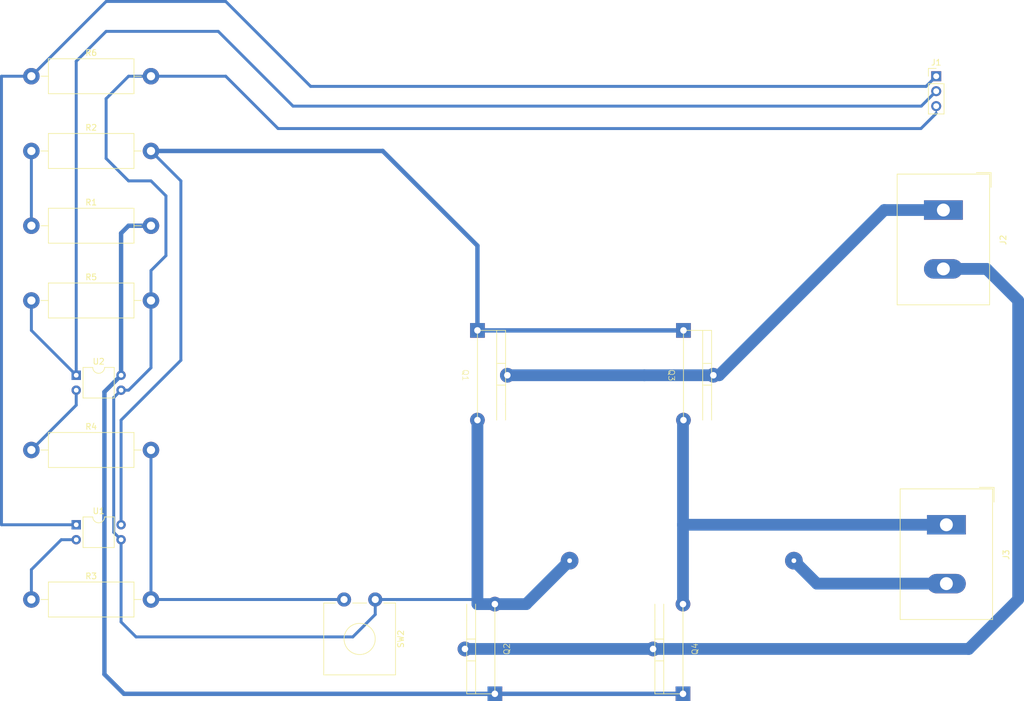
<source format=kicad_pcb>
(kicad_pcb (version 20240108) (generator "pcbnew") (generator_version "8.0")
  (title_block (title "Puente H Power Mosfet") (date "21/08/2024") (rev "1") (company "Danilo Melión"))
  (layers (0 "F.Cu" signal) (31 "B.Cu" signal) (34 "B.Paste" user) (35 "F.Paste" user) (36 "B.SilkS" user "B.Silkscreen") (37 "F.SilkS" user "F.Silkscreen") (38 "B.Mask" user) (39 "F.Mask" user) (44 "Edge.Cuts" user))
  (net 0 "")
  (net 1 "PWM1")
  (net 2 "PWM2")
  (net 3 "GND")
  (net 4 "Net-(J2-Pin_1)")
  (net 5 "Net-(J2-Pin_2)")
  (net 6 "Net-(Q1-G)")
  (net 7 "Net-(Q2-G)")
  (net 8 "Net-(R3-Pad1)")
  (net 9 "Net-(R4-Pad1)")
  (net 10 "+12V")
  (net 11 "+24V")
  (net 12 "Net-(SW2-B)")
  (footprint "Package_DIP:DIP-4_W7.62mm" (layer "F.Cu") (at 88.9 88.9)
    (property "Reference" "U2" (at 3.81 -2.33 360) (layer "F.SilkS"))
    (property "Value" "PC817")
    (fp_line (start 1.16 -1.33) (end 1.16 3.87) (stroke (width 0.12)) (layer "F.SilkS"))
    (fp_line (start 1.16 3.87) (end 6.46 3.87) (stroke (width 0.12)) (layer "F.SilkS"))
    (fp_line (start 2.81 -1.33) (end 1.16 -1.33) (stroke (width 0.12)) (layer "F.SilkS"))
    (fp_line (start 6.46 -1.33) (end 4.81 -1.33) (stroke (width 0.12)) (layer "F.SilkS"))
    (fp_line (start 6.46 3.87) (end 6.46 -1.33) (stroke (width 0.12)) (layer "F.SilkS"))
    (fp_arc (start 4.81 -1.33) (mid 3.81 -0.33) (end 2.81 -1.33) (stroke (width 0.12)) (layer "F.SilkS"))
    (pad "1" thru_hole rect (at 0 0) (size 1.6 1.6) (drill 0.8) (layers "*.Cu" "*.Mask") (net 2 "PWM2"))
    (pad "2" thru_hole oval (at 0 2.54) (size 1.6 1.6) (drill 0.8) (layers "*.Cu" "*.Mask") (net 9 "Net-(R4-Pad1)"))
    (pad "3" thru_hole oval (at 7.62 2.54) (size 1.6 1.6) (drill 0.8) (layers "*.Cu" "*.Mask") (net 3 "GND"))
    (pad "4" thru_hole oval (at 7.62 0) (size 1.6 1.6) (drill 0.8) (layers "*.Cu" "*.Mask") (net 7 "Net-(Q2-G)"))
  )
  (footprint "Resistor_THT:R_Axial_DIN0614_L14.3mm_D5.7mm_P20.32mm_Horizontal" (layer "F.Cu") (at 81.28 63.5)
    (property "Reference" "R1" (at 10.16 -3.97 0) (layer "F.SilkS"))
    (property "Value" "1k")
    (fp_line (start 1.64 0) (end 2.89 0) (stroke (width 0.12)) (layer "F.SilkS"))
    (fp_line (start 2.89 -2.97) (end 2.89 2.97) (stroke (width 0.12)) (layer "F.SilkS"))
    (fp_line (start 2.89 2.97) (end 17.43 2.97) (stroke (width 0.12)) (layer "F.SilkS"))
    (fp_line (start 17.43 -2.97) (end 2.89 -2.97) (stroke (width 0.12)) (layer "F.SilkS"))
    (fp_line (start 17.43 2.97) (end 17.43 -2.97) (stroke (width 0.12)) (layer "F.SilkS"))
    (fp_line (start 18.68 0) (end 17.43 0) (stroke (width 0.12)) (layer "F.SilkS"))
    (pad "1" thru_hole circle (at 0 0) (size 2.8 2.8) (drill 1.4) (layers "*.Cu" "*.Mask") (net 10 "+12V"))
    (pad "2" thru_hole oval (at 20.32 0) (size 2.8 2.8) (drill 1.4) (layers "*.Cu" "*.Mask") (net 7 "Net-(Q2-G)"))
  )
  (footprint "Package_DIP:DIP-4_W7.62mm" (layer "F.Cu") (at 88.9 114.3)
    (property "Reference" "U1" (at 3.81 -2.33 360) (layer "F.SilkS"))
    (property "Value" "PC817")
    (fp_line (start 1.16 -1.33) (end 1.16 3.87) (stroke (width 0.12)) (layer "F.SilkS"))
    (fp_line (start 1.16 3.87) (end 6.46 3.87) (stroke (width 0.12)) (layer "F.SilkS"))
    (fp_line (start 2.81 -1.33) (end 1.16 -1.33) (stroke (width 0.12)) (layer "F.SilkS"))
    (fp_line (start 6.46 -1.33) (end 4.81 -1.33) (stroke (width 0.12)) (layer "F.SilkS"))
    (fp_line (start 6.46 3.87) (end 6.46 -1.33) (stroke (width 0.12)) (layer "F.SilkS"))
    (fp_arc (start 4.81 -1.33) (mid 3.81 -0.33) (end 2.81 -1.33) (stroke (width 0.12)) (layer "F.SilkS"))
    (pad "1" thru_hole rect (at 0 0) (size 1.6 1.6) (drill 0.8) (layers "*.Cu" "*.Mask") (net 1 "PWM1"))
    (pad "2" thru_hole oval (at 0 2.54) (size 1.6 1.6) (drill 0.8) (layers "*.Cu" "*.Mask") (net 8 "Net-(R3-Pad1)"))
    (pad "3" thru_hole oval (at 7.62 2.54) (size 1.6 1.6) (drill 0.8) (layers "*.Cu" "*.Mask") (net 3 "GND"))
    (pad "4" thru_hole oval (at 7.62 0) (size 1.6 1.6) (drill 0.8) (layers "*.Cu" "*.Mask") (net 6 "Net-(Q1-G)"))
  )
  (footprint "custom_footprint:to-220 editado" (layer "F.Cu") (at 154.52 88.9 -90)
    (property "Reference" "Q1" (at 0 -0.5 -90) (layer "F.SilkS") (effects (font (thickness 0.1))))
    (property "Value" "IRLZ44N")
    (fp_line (start -7.62 -2.54) (end 7.62 -2.54) (stroke (width 0.12)) (layer "F.SilkS"))
    (fp_line (start -7.62 -5.81) (end 7.62 -5.81) (stroke (width 0.12)) (layer "F.SilkS"))
    (fp_line (start -7.62 -7.32) (end -7.62 -2.54) (stroke (width 0.12)) (layer "F.SilkS"))
    (fp_line (start -7.62 -7.32) (end 4.95 -7.32) (stroke (width 0.12)) (layer "F.SilkS"))
    (fp_line (start -2.02 -7.32) (end -2.02 -5.81) (stroke (width 0.12)) (layer "F.SilkS"))
    (fp_line (start 1.681 -7.32) (end 1.681 -5.81) (stroke (width 0.12)) (layer "F.SilkS"))
    (fp_line (start 7.62 -7.32) (end 4.95 -7.32) (stroke (width 0.12)) (layer "F.SilkS"))
    (pad "1" thru_hole rect (at -7.62 -2.54 270) (size 2.5 2.5) (drill 1.1) (layers "*.Cu" "*.Mask") (net 6 "Net-(Q1-G)"))
    (pad "2" thru_hole circle (at 0 -7.62 270) (size 2.5 2.5) (drill 1.1) (layers "*.Cu" "*.Mask") (net 4 "Net-(J2-Pin_1)"))
    (pad "3" thru_hole circle (at 7.62 -2.54 270) (size 2.5 2.5) (drill 1.1) (layers "*.Cu" "*.Mask") (net 3 "GND"))
  )
  (footprint "custom_footprint:to-220 editado" (layer "F.Cu") (at 194.52 135.4 90)
    (property "Reference" "Q4" (at 0 -0.5 90) (layer "F.SilkS") (effects (font (thickness 0.1))))
    (property "Value" "IRF4905")
    (fp_line (start 7.62 -7.32) (end 4.95 -7.32) (stroke (width 0.12)) (layer "F.SilkS"))
    (fp_line (start 1.681 -7.32) (end 1.681 -5.81) (stroke (width 0.12)) (layer "F.SilkS"))
    (fp_line (start -2.02 -7.32) (end -2.02 -5.81) (stroke (width 0.12)) (layer "F.SilkS"))
    (fp_line (start -7.62 -7.32) (end 4.95 -7.32) (stroke (width 0.12)) (layer "F.SilkS"))
    (fp_line (start -7.62 -7.32) (end -7.62 -2.54) (stroke (width 0.12)) (layer "F.SilkS"))
    (fp_line (start -7.62 -5.81) (end 7.62 -5.81) (stroke (width 0.12)) (layer "F.SilkS"))
    (fp_line (start -7.62 -2.54) (end 7.62 -2.54) (stroke (width 0.12)) (layer "F.SilkS"))
    (pad "1" thru_hole rect (at -7.62 -2.54 90) (size 2.5 2.5) (drill 1.1) (layers "*.Cu" "*.Mask") (net 7 "Net-(Q2-G)"))
    (pad "2" thru_hole oval (at 0 -7.62 90) (size 2.5 2.5) (drill 1.1) (layers "*.Cu" "*.Mask") (net 5 "Net-(J2-Pin_2)"))
    (pad "3" thru_hole oval (at 7.62 -2.54 90) (size 2.5 2.5) (drill 1.1) (layers "*.Cu" "*.Mask") (net 11 "+24V"))
  )
  (footprint "TerminalBlock_Dinkle:TerminalBlock_Dinkle_DT-55-B01X-02_P10.00mm" (layer "F.Cu") (at 236.728 114.3 -90)
    (property "Reference" "J3" (at 5.08 -10.16 90) (layer "F.SilkS"))
    (property "Value" "Alimentación")
    (fp_line (start -6.1 7.85) (end 16.1 7.85) (stroke (width 0.12)) (layer "F.SilkS"))
    (fp_line (start -6.1 7.85) (end -6.1 -7.85) (stroke (width 0.12)) (layer "F.SilkS"))
    (fp_line (start -6.35 -5.6) (end -6.35 -8.1) (stroke (width 0.12)) (layer "F.SilkS"))
    (fp_line (start -6.1 -7.85) (end 16.1 -7.85) (stroke (width 0.12)) (layer "F.SilkS"))
    (fp_line (start 16.1 -7.85) (end 16.1 7.85) (stroke (width 0.12)) (layer "F.SilkS"))
    (fp_line (start -6.35 -8.1) (end -3.85 -8.1) (stroke (width 0.12)) (layer "F.SilkS"))
    (pad "1" thru_hole rect (at 0 0 270) (size 3.3 6.6) (drill 2.2) (layers "*.Cu" "*.Mask") (net 11 "+24V"))
    (pad "2" thru_hole oval (at 10 0 270) (size 3.3 6.6) (drill 2.2) (layers "*.Cu" "*.Mask") (net 3 "GND"))
  )
  (footprint "Resistor_THT:R_Axial_DIN0614_L14.3mm_D5.7mm_P20.32mm_Horizontal" (layer "F.Cu") (at 81.28 50.8)
    (property "Reference" "R2" (at 10.16 -3.97 0) (layer "F.SilkS"))
    (property "Value" "1k")
    (fp_line (start 1.64 0) (end 2.89 0) (stroke (width 0.12)) (layer "F.SilkS"))
    (fp_line (start 2.89 -2.97) (end 2.89 2.97) (stroke (width 0.12)) (layer "F.SilkS"))
    (fp_line (start 2.89 2.97) (end 17.43 2.97) (stroke (width 0.12)) (layer "F.SilkS"))
    (fp_line (start 17.43 -2.97) (end 2.89 -2.97) (stroke (width 0.12)) (layer "F.SilkS"))
    (fp_line (start 17.43 2.97) (end 17.43 -2.97) (stroke (width 0.12)) (layer "F.SilkS"))
    (fp_line (start 18.68 0) (end 17.43 0) (stroke (width 0.12)) (layer "F.SilkS"))
    (pad "1" thru_hole circle (at 0 0) (size 2.8 2.8) (drill 1.4) (layers "*.Cu" "*.Mask") (net 10 "+12V"))
    (pad "2" thru_hole oval (at 20.32 0) (size 2.8 2.8) (drill 1.4) (layers "*.Cu" "*.Mask") (net 6 "Net-(Q1-G)"))
  )
  (footprint "Resistor_THT:R_Axial_DIN0614_L14.3mm_D5.7mm_P20.32mm_Horizontal" (layer "F.Cu") (at 81.28 76.2)
    (property "Reference" "R5" (at 10.16 -3.97 0) (layer "F.SilkS"))
    (property "Value" "4k7")
    (fp_line (start 1.64 0) (end 2.89 0) (stroke (width 0.12)) (layer "F.SilkS"))
    (fp_line (start 2.89 -2.97) (end 2.89 2.97) (stroke (width 0.12)) (layer "F.SilkS"))
    (fp_line (start 2.89 2.97) (end 17.43 2.97) (stroke (width 0.12)) (layer "F.SilkS"))
    (fp_line (start 17.43 -2.97) (end 2.89 -2.97) (stroke (width 0.12)) (layer "F.SilkS"))
    (fp_line (start 17.43 2.97) (end 17.43 -2.97) (stroke (width 0.12)) (layer "F.SilkS"))
    (fp_line (start 18.68 0) (end 17.43 0) (stroke (width 0.12)) (layer "F.SilkS"))
    (pad "1" thru_hole circle (at 0 0) (size 2.8 2.8) (drill 1.4) (layers "*.Cu" "*.Mask") (net 2 "PWM2"))
    (pad "2" thru_hole oval (at 20.32 0) (size 2.8 2.8) (drill 1.4) (layers "*.Cu" "*.Mask") (net 3 "GND"))
  )
  (footprint "Connector_PinHeader_2.54mm:PinHeader_1x03_P2.54mm_Vertical" (layer "F.Cu") (at 235 38.1)
    (property "Reference" "J1" (at 0 -2.33 360) (layer "F.SilkS"))
    (property "Value" "BORNERA X3")
    (fp_line (start -1.33 -1.33) (end 0 -1.33) (stroke (width 0.12)) (layer "F.SilkS"))
    (fp_line (start -1.33 0) (end -1.33 -1.33) (stroke (width 0.12)) (layer "F.SilkS"))
    (fp_line (start -1.33 1.27) (end -1.33 6.41) (stroke (width 0.12)) (layer "F.SilkS"))
    (fp_line (start -1.33 1.27) (end 1.33 1.27) (stroke (width 0.12)) (layer "F.SilkS"))
    (fp_line (start -1.33 6.41) (end 1.33 6.41) (stroke (width 0.12)) (layer "F.SilkS"))
    (fp_line (start 1.33 1.27) (end 1.33 6.41) (stroke (width 0.12)) (layer "F.SilkS"))
    (pad "1" thru_hole rect (at 0 0) (size 1.7 1.7) (drill 1) (layers "*.Cu" "*.Mask") (net 1 "PWM1"))
    (pad "2" thru_hole oval (at 0 2.54) (size 1.7 1.7) (drill 1) (layers "*.Cu" "*.Mask") (net 2 "PWM2"))
    (pad "3" thru_hole oval (at 0 5.08) (size 1.7 1.7) (drill 1) (layers "*.Cu" "*.Mask") (net 3 "GND"))
  )
  (footprint "custom_footprint:to-220 editado" (layer "F.Cu") (at 189.52 88.9 -90)
    (property "Reference" "Q3" (at 0 -0.5 -90) (layer "F.SilkS") (effects (font (thickness 0.1))))
    (property "Value" "IRF4905")
    (fp_line (start -7.62 -2.54) (end 7.62 -2.54) (stroke (width 0.12)) (layer "F.SilkS"))
    (fp_line (start -7.62 -5.81) (end 7.62 -5.81) (stroke (width 0.12)) (layer "F.SilkS"))
    (fp_line (start -7.62 -7.32) (end -7.62 -2.54) (stroke (width 0.12)) (layer "F.SilkS"))
    (fp_line (start -7.62 -7.32) (end 4.95 -7.32) (stroke (width 0.12)) (layer "F.SilkS"))
    (fp_line (start -2.02 -7.32) (end -2.02 -5.81) (stroke (width 0.12)) (layer "F.SilkS"))
    (fp_line (start 1.681 -7.32) (end 1.681 -5.81) (stroke (width 0.12)) (layer "F.SilkS"))
    (fp_line (start 7.62 -7.32) (end 4.95 -7.32) (stroke (width 0.12)) (layer "F.SilkS"))
    (pad "1" thru_hole rect (at -7.62 -2.54 270) (size 2.5 2.5) (drill 1.1) (layers "*.Cu" "*.Mask") (net 6 "Net-(Q1-G)"))
    (pad "2" thru_hole circle (at 0 -7.62 270) (size 2.5 2.5) (drill 1.1) (layers "*.Cu" "*.Mask") (net 4 "Net-(J2-Pin_1)"))
    (pad "3" thru_hole circle (at 7.62 -2.54 270) (size 2.5 2.5) (drill 1.1) (layers "*.Cu" "*.Mask") (net 11 "+24V"))
  )
  (footprint "Button_Switch_THT:SW_CW_GPTS203211B" (layer "F.Cu") (at 139.7 127 -90)
    (property "Reference" "SW2" (at 6.7 -4.35 90) (layer "F.SilkS"))
    (property "Value" "SW_Push_Open")
    (fp_line (start 0.6 8.75) (end 0.6 6.76) (stroke (width 0.12)) (layer "F.SilkS"))
    (fp_line (start 12.8 8.75) (end 0.6 8.75) (stroke (width 0.12)) (layer "F.SilkS"))
    (fp_line (start 0.6 1.46) (end 0.6 3.84) (stroke (width 0.12)) (layer "F.SilkS"))
    (fp_line (start 0.6 -1.46) (end 0.6 -3.45) (stroke (width 0.12)) (layer "F.SilkS"))
    (fp_line (start 0.6 -3.45) (end 12.8 -3.45) (stroke (width 0.12)) (layer "F.SilkS"))
    (fp_line (start 12.8 -3.45) (end 12.8 8.75) (stroke (width 0.12)) (layer "F.SilkS"))
    (fp_circle (center 6.7 2.65) (end 9.35 2.65) (stroke (width 0.12)) (fill none) (layer "F.SilkS"))
    (pad "1" thru_hole circle (at 0 0 270) (size 2.4 2.4) (drill 1.2) (layers "*.Cu" "*.Mask") (net 3 "GND"))
    (pad "2" thru_hole circle (at 0 5.3 270) (size 2.4 2.4) (drill 1.2) (layers "*.Cu" "*.Mask") (net 12 "Net-(SW2-B)"))
  )
  (footprint "Resistor_THT:R_Axial_DIN0614_L14.3mm_D5.7mm_P20.32mm_Horizontal" (layer "F.Cu") (at 81.28 101.6)
    (property "Reference" "R4" (at 10.16 -3.97 0) (layer "F.SilkS"))
    (property "Value" "100")
    (fp_line (start 1.64 0) (end 2.89 0) (stroke (width 0.12)) (layer "F.SilkS"))
    (fp_line (start 2.89 -2.97) (end 2.89 2.97) (stroke (width 0.12)) (layer "F.SilkS"))
    (fp_line (start 2.89 2.97) (end 17.43 2.97) (stroke (width 0.12)) (layer "F.SilkS"))
    (fp_line (start 17.43 -2.97) (end 2.89 -2.97) (stroke (width 0.12)) (layer "F.SilkS"))
    (fp_line (start 17.43 2.97) (end 17.43 -2.97) (stroke (width 0.12)) (layer "F.SilkS"))
    (fp_line (start 18.68 0) (end 17.43 0) (stroke (width 0.12)) (layer "F.SilkS"))
    (pad "1" thru_hole circle (at 0 0) (size 2.8 2.8) (drill 1.4) (layers "*.Cu" "*.Mask") (net 9 "Net-(R4-Pad1)"))
    (pad "2" thru_hole oval (at 20.32 0) (size 2.8 2.8) (drill 1.4) (layers "*.Cu" "*.Mask") (net 12 "Net-(SW2-B)"))
  )
  (footprint "TerminalBlock_Dinkle:TerminalBlock_Dinkle_DT-55-B01X-02_P10.00mm" (layer "F.Cu") (at 236.22 60.833 -90)
    (property "Reference" "J2" (at 5.08 -10.16 90) (layer "F.SilkS"))
    (property "Value" "MOTOR")
    (fp_line (start -6.1 7.85) (end 16.1 7.85) (stroke (width 0.12)) (layer "F.SilkS"))
    (fp_line (start -6.1 7.85) (end -6.1 -7.85) (stroke (width 0.12)) (layer "F.SilkS"))
    (fp_line (start -6.35 -5.6) (end -6.35 -8.1) (stroke (width 0.12)) (layer "F.SilkS"))
    (fp_line (start -6.1 -7.85) (end 16.1 -7.85) (stroke (width 0.12)) (layer "F.SilkS"))
    (fp_line (start 16.1 -7.85) (end 16.1 7.85) (stroke (width 0.12)) (layer "F.SilkS"))
    (fp_line (start -6.35 -8.1) (end -3.85 -8.1) (stroke (width 0.12)) (layer "F.SilkS"))
    (pad "1" thru_hole rect (at 0 0 270) (size 3.3 6.6) (drill 2.2) (layers "*.Cu" "*.Mask") (net 4 "Net-(J2-Pin_1)"))
    (pad "2" thru_hole oval (at 10 0 270) (size 3.3 6.6) (drill 2.2) (layers "*.Cu" "*.Mask") (net 5 "Net-(J2-Pin_2)"))
  )
  (footprint "custom_footprint:to-220 editado" (layer "F.Cu") (at 162.56 135.4 90)
    (property "Reference" "Q2" (at 0 -0.5 90) (layer "F.SilkS") (effects (font (thickness 0.1))))
    (property "Value" "IRLZ44N")
    (fp_line (start 7.62 -7.32) (end 4.95 -7.32) (stroke (width 0.12)) (layer "F.SilkS"))
    (fp_line (start 1.681 -7.32) (end 1.681 -5.81) (stroke (width 0.12)) (layer "F.SilkS"))
    (fp_line (start -2.02 -7.32) (end -2.02 -5.81) (stroke (width 0.12)) (layer "F.SilkS"))
    (fp_line (start -7.62 -7.32) (end 4.95 -7.32) (stroke (width 0.12)) (layer "F.SilkS"))
    (fp_line (start -7.62 -7.32) (end -7.62 -2.54) (stroke (width 0.12)) (layer "F.SilkS"))
    (fp_line (start -7.62 -5.81) (end 7.62 -5.81) (stroke (width 0.12)) (layer "F.SilkS"))
    (fp_line (start -7.62 -2.54) (end 7.62 -2.54) (stroke (width 0.12)) (layer "F.SilkS"))
    (pad "1" thru_hole rect (at -7.62 -2.54 90) (size 2.5 2.5) (drill 1.1) (layers "*.Cu" "*.Mask") (net 7 "Net-(Q2-G)"))
    (pad "2" thru_hole oval (at 0 -7.62 90) (size 2.5 2.5) (drill 1.1) (layers "*.Cu" "*.Mask") (net 5 "Net-(J2-Pin_2)"))
    (pad "3" thru_hole oval (at 7.62 -2.54 90) (size 2.5 2.5) (drill 1.1) (layers "*.Cu" "*.Mask") (net 3 "GND"))
  )
  (footprint "Resistor_THT:R_Axial_DIN0614_L14.3mm_D5.7mm_P20.32mm_Horizontal" (layer "F.Cu") (at 81.28 127)
    (property "Reference" "R3" (at 10.16 -3.97 360) (layer "F.SilkS"))
    (property "Value" "100")
    (fp_line (start 1.64 0) (end 2.89 0) (stroke (width 0.12)) (layer "F.SilkS"))
    (fp_line (start 2.89 -2.97) (end 2.89 2.97) (stroke (width 0.12)) (layer "F.SilkS"))
    (fp_line (start 2.89 2.97) (end 17.43 2.97) (stroke (width 0.12)) (layer "F.SilkS"))
    (fp_line (start 17.43 -2.97) (end 2.89 -2.97) (stroke (width 0.12)) (layer "F.SilkS"))
    (fp_line (start 17.43 2.97) (end 17.43 -2.97) (stroke (width 0.12)) (layer "F.SilkS"))
    (fp_line (start 18.68 0) (end 17.43 0) (stroke (width 0.12)) (layer "F.SilkS"))
    (pad "1" thru_hole circle (at 0 0) (size 2.8 2.8) (drill 1.4) (layers "*.Cu" "*.Mask") (net 8 "Net-(R3-Pad1)"))
    (pad "2" thru_hole oval (at 20.32 0) (size 2.8 2.8) (drill 1.4) (layers "*.Cu" "*.Mask") (net 12 "Net-(SW2-B)"))
  )
  (footprint "Resistor_THT:R_Axial_DIN0614_L14.3mm_D5.7mm_P20.32mm_Horizontal" (layer "F.Cu") (at 81.28 38.1)
    (property "Reference" "R6" (at 10.16 -3.97 360) (layer "F.SilkS"))
    (property "Value" "4k7")
    (fp_line (start 1.64 0) (end 2.89 0) (stroke (width 0.12)) (layer "F.SilkS"))
    (fp_line (start 2.89 -2.97) (end 2.89 2.97) (stroke (width 0.12)) (layer "F.SilkS"))
    (fp_line (start 2.89 2.97) (end 17.43 2.97) (stroke (width 0.12)) (layer "F.SilkS"))
    (fp_line (start 17.43 -2.97) (end 2.89 -2.97) (stroke (width 0.12)) (layer "F.SilkS"))
    (fp_line (start 17.43 2.97) (end 17.43 -2.97) (stroke (width 0.12)) (layer "F.SilkS"))
    (fp_line (start 18.68 0) (end 17.43 0) (stroke (width 0.12)) (layer "F.SilkS"))
    (pad "1" thru_hole circle (at 0 0) (size 2.8 2.8) (drill 1.4) (layers "*.Cu" "*.Mask") (net 1 "PWM1"))
    (pad "2" thru_hole oval (at 20.32 0) (size 2.8 2.8) (drill 1.4) (layers "*.Cu" "*.Mask") (net 3 "GND"))
  )
  (segment (start 235 38.1) (end 233.275 39.825) (width 0.5) (layer "B.Cu") (net 1))
  (segment (start 114.3 25.4) (end 93.98 25.4) (width 0.5) (layer "B.Cu") (net 1))
  (segment (start 81.28 38.1) (end 76.2 38.1) (width 0.5) (layer "B.Cu") (net 1))
  (segment (start 93.98 25.4) (end 81.28 38.1) (width 0.5) (layer "B.Cu") (net 1))
  (segment (start 128.725 39.825) (end 114.3 25.4) (width 0.5) (layer "B.Cu") (net 1))
  (segment (start 76.2 114.3) (end 88.9 114.3) (width 0.5) (layer "B.Cu") (net 1))
  (segment (start 233.275 39.825) (end 128.725 39.825) (width 0.5) (layer "B.Cu") (net 1))
  (segment (start 76.2 38.1) (end 76.2 114.3) (width 0.5) (layer "B.Cu") (net 1))
  (segment (start 113.03 30.48) (end 93.98 30.48) (width 0.5) (layer "B.Cu") (net 2))
  (segment (start 235 40.64) (end 232.46 43.18) (width 0.5) (layer "B.Cu") (net 2))
  (segment (start 232.46 43.18) (end 125.73 43.18) (width 0.5) (layer "B.Cu") (net 2))
  (segment (start 81.28 76.2) (end 81.28 81.28) (width 0.5) (layer "B.Cu") (net 2))
  (segment (start 88.9 35.56) (end 88.9 88.9) (width 0.5) (layer "B.Cu") (net 2))
  (segment (start 93.98 30.48) (end 88.9 35.56) (width 0.5) (layer "B.Cu") (net 2))
  (segment (start 81.28 81.28) (end 88.9 88.9) (width 0.5) (layer "B.Cu") (net 2))
  (segment (start 125.73 43.18) (end 113.03 30.48) (width 0.5) (layer "B.Cu") (net 2))
  (via (at 172.72 120.4) (size 3) (drill 0.8) (layers "F.Cu" "B.Cu") (net 3))
  (via (at 210.82 120.4) (size 3) (drill 0.8) (layers "F.Cu" "B.Cu") (net 3))
  (segment (start 101.6 55.88) (end 97.79 55.88) (width 0.5) (layer "B.Cu") (net 3))
  (segment (start 101.6 87.63) (end 101.6 76.2) (width 0.5) (layer "B.Cu") (net 3))
  (segment (start 135.89 133.35) (end 99.06 133.35) (width 0.5) (layer "B.Cu") (net 3))
  (segment (start 232.41 46.99) (end 123.19 46.99) (width 0.5) (layer "B.Cu") (net 3))
  (segment (start 96.52 116.84) (end 95.27 115.59) (width 0.5) (layer "B.Cu") (net 3))
  (segment (start 96.52 91.44) (end 97.79 91.44) (width 0.5) (layer "B.Cu") (net 3))
  (segment (start 114.3 38.1) (end 101.6 38.1) (width 0.5) (layer "B.Cu") (net 3))
  (segment (start 96.52 130.81) (end 96.52 116.84) (width 0.5) (layer "B.Cu") (net 3))
  (segment (start 156.28 127) (end 157.06 127.78) (width 0.5) (layer "B.Cu") (net 3))
  (segment (start 99.06 133.35) (end 96.52 130.81) (width 0.5) (layer "B.Cu") (net 3))
  (segment (start 123.19 46.99) (end 114.3 38.1) (width 0.5) (layer "B.Cu") (net 3))
  (segment (start 101.6 71.12) (end 104.14 68.58) (width 0.5) (layer "B.Cu") (net 3))
  (segment (start 97.79 91.44) (end 101.6 87.63) (width 0.5) (layer "B.Cu") (net 3))
  (segment (start 139.7 129.54) (end 135.89 133.35) (width 0.5) (layer "B.Cu") (net 3))
  (segment (start 165.34 127.78) (end 172.72 120.4) (width 2) (layer "B.Cu") (net 3))
  (segment (start 95.27 115.59) (end 95.27 92.69) (width 0.5) (layer "B.Cu") (net 3))
  (segment (start 157.06 127.78) (end 165.34 127.78) (width 2) (layer "B.Cu") (net 3))
  (segment (start 97.79 55.88) (end 93.98 52.07) (width 0.5) (layer "B.Cu") (net 3))
  (segment (start 236.728 124.3) (end 214.72 124.3) (width 2) (layer "B.Cu") (net 3))
  (segment (start 93.98 41.91) (end 97.79 38.1) (width 0.5) (layer "B.Cu") (net 3))
  (segment (start 139.7 127) (end 156.28 127) (width 0.5) (layer "B.Cu") (net 3))
  (segment (start 235 44.4) (end 232.41 46.99) (width 0.5) (layer "B.Cu") (net 3))
  (segment (start 157.06 96.52) (end 157.06 127.78) (width 2) (layer "B.Cu") (net 3))
  (segment (start 235 43.18) (end 235 44.4) (width 0.25) (layer "B.Cu") (net 3))
  (segment (start 104.14 58.42) (end 101.6 55.88) (width 0.5) (layer "B.Cu") (net 3))
  (segment (start 101.6 76.2) (end 101.6 71.12) (width 0.5) (layer "B.Cu") (net 3))
  (segment (start 214.72 124.3) (end 210.82 120.4) (width 2) (layer "B.Cu") (net 3))
  (segment (start 93.98 52.07) (end 93.98 41.91) (width 0.5) (layer "B.Cu") (net 3))
  (segment (start 97.79 38.1) (end 101.6 38.1) (width 0.5) (layer "B.Cu") (net 3))
  (segment (start 139.7 127) (end 139.7 129.54) (width 0.5) (layer "B.Cu") (net 3))
  (segment (start 95.27 92.69) (end 96.52 91.44) (width 0.5) (layer "B.Cu") (net 3))
  (segment (start 104.14 68.58) (end 104.14 58.42) (width 0.5) (layer "B.Cu") (net 3))
  (segment (start 198.12 88.9) (end 185.42 88.9) (width 2) (layer "B.Cu") (net 4))
  (segment (start 226.187 60.833) (end 198.12 88.9) (width 2) (layer "B.Cu") (net 4))
  (segment (start 185.42 88.9) (end 162.56 88.9) (width 2) (layer "B.Cu") (net 4))
  (segment (start 236.22 60.833) (end 226.187 60.833) (width 2) (layer "B.Cu") (net 4))
  (segment (start 240.52 135.4) (end 248.92 127) (width 2) (layer "B.Cu") (net 5))
  (segment (start 186.9 135.4) (end 154.94 135.4) (width 2) (layer "B.Cu") (net 5))
  (segment (start 186.9 135.4) (end 240.52 135.4) (width 2) (layer "B.Cu") (net 5))
  (segment (start 243.553 70.833) (end 236.22 70.833) (width 2) (layer "B.Cu") (net 5))
  (segment (start 248.92 127) (end 248.92 76.2) (width 2) (layer "B.Cu") (net 5))
  (segment (start 248.92 76.2) (end 243.553 70.833) (width 2) (layer "B.Cu") (net 5))
  (segment (start 157.06 66.89) (end 140.97 50.8) (width 0.75) (layer "B.Cu") (net 6))
  (segment (start 192.06 81.28) (end 157.06 81.28) (width 0.75) (layer "B.Cu") (net 6))
  (segment (start 157.06 81.28) (end 157.06 66.89) (width 0.75) (layer "B.Cu") (net 6))
  (segment (start 140.97 50.8) (end 101.6 50.8) (width 0.75) (layer "B.Cu") (net 6))
  (segment (start 96.52 114.3) (end 96.52 96.52) (width 0.5) (layer "B.Cu") (net 6))
  (segment (start 96.52 96.52) (end 106.68 86.36) (width 0.5) (layer "B.Cu") (net 6))
  (segment (start 106.68 86.36) (end 106.68 55.88) (width 0.5) (layer "B.Cu") (net 6))
  (segment (start 106.68 55.88) (end 101.6 50.8) (width 0.5) (layer "B.Cu") (net 6))
  (segment (start 93.69 139.7) (end 93.69 91.73) (width 0.75) (layer "B.Cu") (net 7))
  (segment (start 96.52 88.9) (end 96.52 64.77) (width 0.75) (layer "B.Cu") (net 7))
  (segment (start 93.69 91.73) (end 96.52 88.9) (width 0.75) (layer "B.Cu") (net 7))
  (segment (start 160.02 143.02) (end 97.01 143.02) (width 0.75) (layer "B.Cu") (net 7))
  (segment (start 191.98 143.02) (end 160.02 143.02) (width 0.75) (layer "B.Cu") (net 7))
  (segment (start 97.01 143.02) (end 93.69 139.7) (width 0.75) (layer "B.Cu") (net 7))
  (segment (start 97.79 63.5) (end 101.6 63.5) (width 0.75) (layer "B.Cu") (net 7))
  (segment (start 96.52 64.77) (end 97.79 63.5) (width 0.75) (layer "B.Cu") (net 7))
  (segment (start 86.36 116.84) (end 81.28 121.92) (width 0.5) (layer "B.Cu") (net 8))
  (segment (start 81.28 121.92) (end 81.28 127) (width 0.5) (layer "B.Cu") (net 8))
  (segment (start 88.9 116.84) (end 86.36 116.84) (width 0.5) (layer "B.Cu") (net 8))
  (segment (start 88.9 91.44) (end 88.9 93.98) (width 0.5) (layer "B.Cu") (net 9))
  (segment (start 88.9 93.98) (end 81.28 101.6) (width 0.5) (layer "B.Cu") (net 9))
  (segment (start 81.28 50.8) (end 81.28 63.5) (width 0.5) (layer "B.Cu") (net 10))
  (segment (start 236.728 114.3) (end 191.98 114.3) (width 2) (layer "B.Cu") (net 11))
  (segment (start 191.98 114.3) (end 191.98 127.78) (width 2) (layer "B.Cu") (net 11))
  (segment (start 191.98 96.52) (end 191.98 114.3) (width 2) (layer "B.Cu") (net 11))
  (segment (start 101.6 101.6) (end 101.6 127) (width 0.5) (layer "B.Cu") (net 12))
  (segment (start 101.6 127) (end 134.4 127) (width 0.5) (layer "B.Cu") (net 12))
)
</source>
